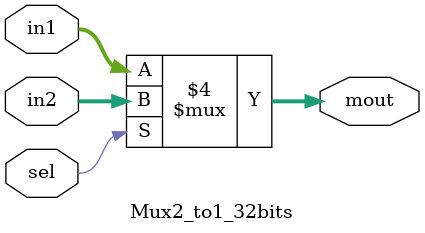
<source format=v>
`timescale 1ns / 1ps
module Mux2_to1_32bits(
	output reg [31:0] mout,
	input [31:0] in1, in2,
	input sel
    );
	 
	 always @(*) begin
	 if (sel == 0) begin
	     mout <= in1;
	 end
	 else begin
	     mout <= in2;
	 end
	 
	 
	 end


endmodule

</source>
